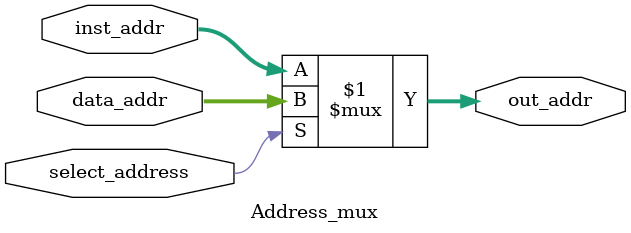
<source format=v>
module Address_mux #(
    parameter ADDR_WIDTH = 5
) (
    input wire [ADDR_WIDTH-1:0] inst_addr,
    input wire [ADDR_WIDTH-1:0] data_addr,
    input wire select_address,
    output wire [ADDR_WIDTH-1:0] out_addr
);

// Assign output based on select signal
assign out_addr = select_address ? data_addr : inst_addr;

endmodule
</source>
